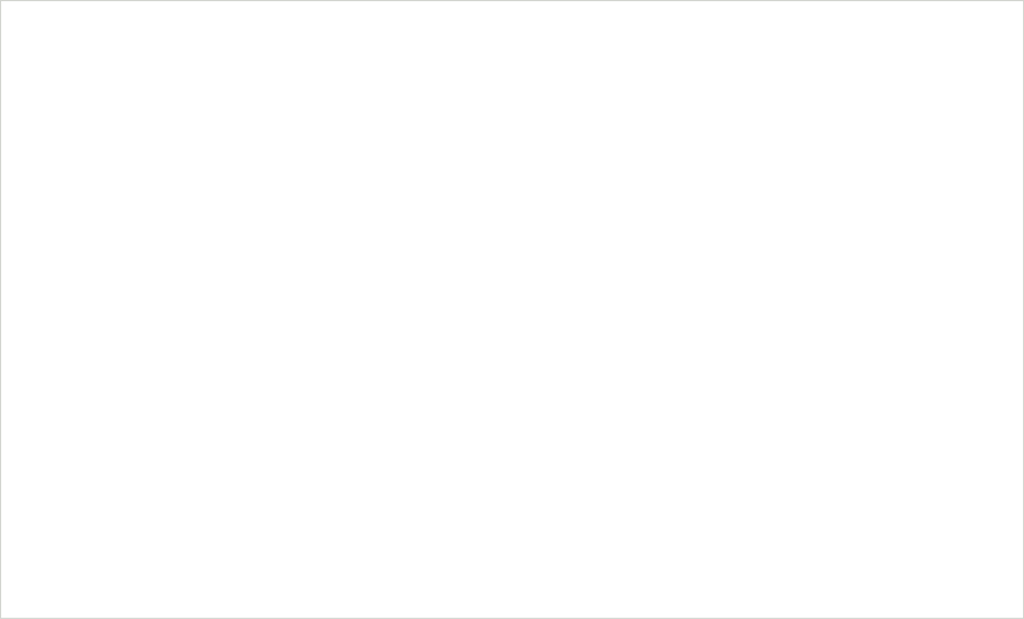
<source format=kicad_pcb>
(kicad_pcb (version 20211014) (generator pcbnew)

  (general
    (thickness 1.6)
  )

  (paper "A4")
  (layers
    (0 "F.Cu" signal)
    (31 "B.Cu" signal)
    (32 "B.Adhes" user "B.Adhesive")
    (33 "F.Adhes" user "F.Adhesive")
    (34 "B.Paste" user)
    (35 "F.Paste" user)
    (36 "B.SilkS" user "B.Silkscreen")
    (37 "F.SilkS" user "F.Silkscreen")
    (38 "B.Mask" user)
    (39 "F.Mask" user)
    (40 "Dwgs.User" user "User.Drawings")
    (41 "Cmts.User" user "User.Comments")
    (42 "Eco1.User" user "User.Eco1")
    (43 "Eco2.User" user "User.Eco2")
    (44 "Edge.Cuts" user)
    (45 "Margin" user)
    (46 "B.CrtYd" user "B.Courtyard")
    (47 "F.CrtYd" user "F.Courtyard")
    (48 "B.Fab" user)
    (49 "F.Fab" user)
    (50 "User.1" user)
    (51 "User.2" user)
    (52 "User.3" user)
    (53 "User.4" user)
    (54 "User.5" user)
    (55 "User.6" user)
    (56 "User.7" user)
    (57 "User.8" user)
    (58 "User.9" user)
  )

  (setup
    (pad_to_mask_clearance 0)
    (pcbplotparams
      (layerselection 0x00010fc_ffffffff)
      (disableapertmacros false)
      (usegerberextensions false)
      (usegerberattributes true)
      (usegerberadvancedattributes true)
      (creategerberjobfile true)
      (svguseinch false)
      (svgprecision 6)
      (excludeedgelayer true)
      (plotframeref false)
      (viasonmask false)
      (mode 1)
      (useauxorigin false)
      (hpglpennumber 1)
      (hpglpenspeed 20)
      (hpglpendiameter 15.000000)
      (dxfpolygonmode true)
      (dxfimperialunits true)
      (dxfusepcbnewfont true)
      (psnegative false)
      (psa4output false)
      (plotreference true)
      (plotvalue true)
      (plotinvisibletext false)
      (sketchpadsonfab false)
      (subtractmaskfromsilk false)
      (outputformat 1)
      (mirror false)
      (drillshape 1)
      (scaleselection 1)
      (outputdirectory "")
    )
  )

  (net 0 "")

  (gr_rect (start 20 20) (end 111 75) (layer "Edge.Cuts") (width 0.1) (fill none) (tstamp 9c102e01-89ae-4320-98b8-e1f8f45b08f1))

)

</source>
